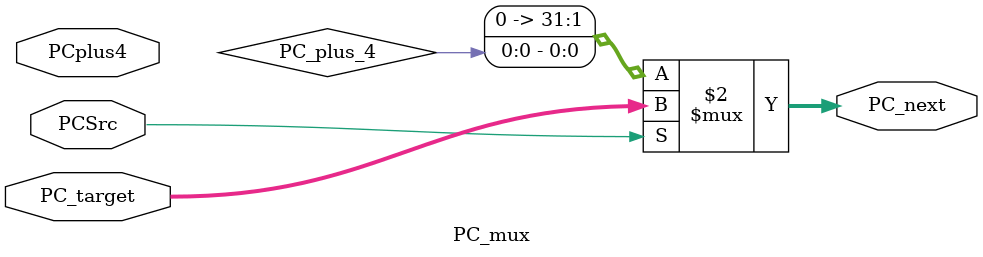
<source format=sv>
`timescale 1ns / 1ps

module PC_mux (
    input logic [31:0] PCplus4, PC_target, 
    input logic PCSrc,
    output logic [31:0] PC_next
);

    assign PC_next = (PCSrc) ? PC_target : PC_plus_4;

endmodule
</source>
